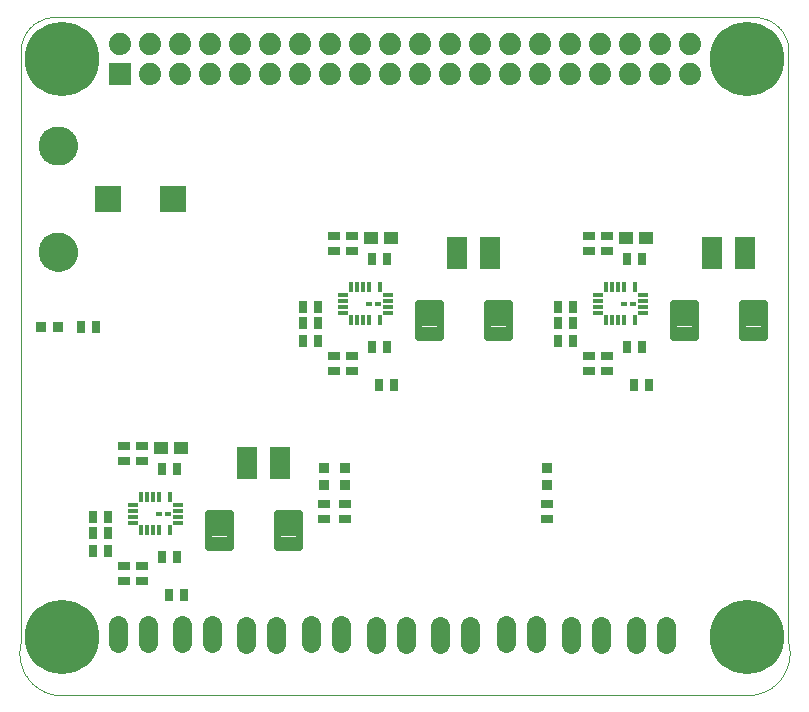
<source format=gts>
G75*
%MOIN*%
%OFA0B0*%
%FSLAX25Y25*%
%IPPOS*%
%LPD*%
%AMOC8*
5,1,8,0,0,1.08239X$1,22.5*
%
%ADD10C,0.00100*%
%ADD11R,0.07400X0.07400*%
%ADD12C,0.07400*%
%ADD13C,0.24809*%
%ADD14R,0.03156X0.03943*%
%ADD15R,0.06699X0.11030*%
%ADD16R,0.03943X0.03156*%
%ADD17R,0.04731X0.04337*%
%ADD18C,0.02475*%
%ADD19R,0.01581X0.03353*%
%ADD20R,0.03353X0.01581*%
%ADD21R,0.02172X0.01463*%
%ADD22R,0.08668X0.08668*%
%ADD23C,0.00000*%
%ADD24C,0.12998*%
%ADD25C,0.06400*%
%ADD26R,0.03550X0.03550*%
D10*
X0038731Y0035000D02*
X0270731Y0035000D01*
X0271073Y0035045D01*
X0271413Y0035098D01*
X0271752Y0035160D01*
X0272090Y0035230D01*
X0272425Y0035309D01*
X0272759Y0035395D01*
X0273091Y0035490D01*
X0273420Y0035593D01*
X0273746Y0035704D01*
X0274070Y0035823D01*
X0274390Y0035949D01*
X0274708Y0036084D01*
X0275022Y0036226D01*
X0275332Y0036376D01*
X0275639Y0036534D01*
X0275941Y0036698D01*
X0276240Y0036871D01*
X0276534Y0037050D01*
X0276824Y0037237D01*
X0277109Y0037431D01*
X0277390Y0037632D01*
X0277665Y0037839D01*
X0277935Y0038053D01*
X0278200Y0038274D01*
X0278459Y0038501D01*
X0278713Y0038735D01*
X0278961Y0038974D01*
X0279203Y0039220D01*
X0279438Y0039471D01*
X0279668Y0039728D01*
X0279891Y0039991D01*
X0280108Y0040259D01*
X0280318Y0040532D01*
X0280522Y0040811D01*
X0280718Y0041094D01*
X0280908Y0041382D01*
X0281090Y0041674D01*
X0281265Y0041971D01*
X0281433Y0042272D01*
X0281593Y0042578D01*
X0281746Y0042887D01*
X0281891Y0043199D01*
X0282029Y0043515D01*
X0282159Y0043835D01*
X0282281Y0044157D01*
X0282395Y0044483D01*
X0282501Y0044811D01*
X0282599Y0045141D01*
X0282688Y0045474D01*
X0282770Y0045809D01*
X0282843Y0046146D01*
X0282908Y0046484D01*
X0282965Y0046824D01*
X0283014Y0047166D01*
X0283054Y0047508D01*
X0283085Y0047851D01*
X0283109Y0048195D01*
X0283123Y0048540D01*
X0283130Y0048884D01*
X0283128Y0049229D01*
X0283117Y0049574D01*
X0283098Y0049918D01*
X0283071Y0050261D01*
X0283035Y0050604D01*
X0282991Y0050946D01*
X0282938Y0051287D01*
X0282877Y0051626D01*
X0282808Y0051964D01*
X0282731Y0052300D01*
X0282731Y0248900D01*
X0282745Y0249176D01*
X0282753Y0249453D01*
X0282753Y0249729D01*
X0282747Y0250006D01*
X0282735Y0250282D01*
X0282715Y0250558D01*
X0282689Y0250834D01*
X0282656Y0251109D01*
X0282616Y0251382D01*
X0282569Y0251655D01*
X0282516Y0251927D01*
X0282457Y0252197D01*
X0282390Y0252466D01*
X0282317Y0252733D01*
X0282238Y0252998D01*
X0282152Y0253261D01*
X0282060Y0253521D01*
X0281961Y0253780D01*
X0281856Y0254036D01*
X0281745Y0254289D01*
X0281627Y0254540D01*
X0281504Y0254787D01*
X0281374Y0255032D01*
X0281239Y0255273D01*
X0281097Y0255511D01*
X0280950Y0255745D01*
X0280797Y0255976D01*
X0280639Y0256203D01*
X0280475Y0256426D01*
X0280305Y0256645D01*
X0280131Y0256859D01*
X0279951Y0257069D01*
X0279766Y0257275D01*
X0279576Y0257476D01*
X0279381Y0257673D01*
X0279182Y0257865D01*
X0278977Y0258051D01*
X0278769Y0258233D01*
X0278555Y0258409D01*
X0278338Y0258581D01*
X0278117Y0258746D01*
X0277891Y0258907D01*
X0277662Y0259062D01*
X0277429Y0259211D01*
X0277192Y0259354D01*
X0276952Y0259491D01*
X0276708Y0259623D01*
X0276462Y0259749D01*
X0276212Y0259868D01*
X0275960Y0259982D01*
X0275705Y0260089D01*
X0275447Y0260190D01*
X0275187Y0260284D01*
X0274925Y0260372D01*
X0274660Y0260454D01*
X0274394Y0260529D01*
X0274126Y0260598D01*
X0273856Y0260660D01*
X0273585Y0260715D01*
X0273313Y0260764D01*
X0273039Y0260806D01*
X0272765Y0260841D01*
X0272490Y0260870D01*
X0272214Y0260892D01*
X0271938Y0260907D01*
X0271661Y0260915D01*
X0271384Y0260917D01*
X0271108Y0260912D01*
X0270831Y0260900D01*
X0038831Y0260900D01*
X0038830Y0260900D02*
X0038554Y0260914D01*
X0038277Y0260922D01*
X0038001Y0260922D01*
X0037724Y0260916D01*
X0037448Y0260904D01*
X0037172Y0260884D01*
X0036896Y0260858D01*
X0036621Y0260825D01*
X0036348Y0260785D01*
X0036075Y0260738D01*
X0035803Y0260685D01*
X0035533Y0260626D01*
X0035264Y0260559D01*
X0034997Y0260486D01*
X0034732Y0260407D01*
X0034469Y0260321D01*
X0034209Y0260229D01*
X0033950Y0260130D01*
X0033694Y0260025D01*
X0033441Y0259914D01*
X0033190Y0259796D01*
X0032943Y0259673D01*
X0032698Y0259543D01*
X0032457Y0259408D01*
X0032219Y0259266D01*
X0031985Y0259119D01*
X0031754Y0258966D01*
X0031527Y0258808D01*
X0031304Y0258644D01*
X0031085Y0258474D01*
X0030871Y0258300D01*
X0030661Y0258120D01*
X0030455Y0257935D01*
X0030254Y0257745D01*
X0030057Y0257550D01*
X0029865Y0257351D01*
X0029679Y0257146D01*
X0029497Y0256938D01*
X0029321Y0256724D01*
X0029149Y0256507D01*
X0028984Y0256286D01*
X0028823Y0256060D01*
X0028668Y0255831D01*
X0028519Y0255598D01*
X0028376Y0255361D01*
X0028239Y0255121D01*
X0028107Y0254877D01*
X0027981Y0254631D01*
X0027862Y0254381D01*
X0027748Y0254129D01*
X0027641Y0253874D01*
X0027540Y0253616D01*
X0027446Y0253356D01*
X0027358Y0253094D01*
X0027276Y0252829D01*
X0027201Y0252563D01*
X0027132Y0252295D01*
X0027070Y0252025D01*
X0027015Y0251754D01*
X0026966Y0251482D01*
X0026924Y0251208D01*
X0026889Y0250934D01*
X0026860Y0250659D01*
X0026838Y0250383D01*
X0026823Y0250107D01*
X0026815Y0249830D01*
X0026813Y0249553D01*
X0026818Y0249277D01*
X0026830Y0249000D01*
X0026831Y0249000D02*
X0026831Y0052400D01*
X0026751Y0052064D01*
X0026680Y0051727D01*
X0026617Y0051387D01*
X0026562Y0051047D01*
X0026515Y0050705D01*
X0026477Y0050362D01*
X0026447Y0050018D01*
X0026426Y0049673D01*
X0026413Y0049328D01*
X0026409Y0048983D01*
X0026413Y0048638D01*
X0026426Y0048293D01*
X0026447Y0047949D01*
X0026476Y0047605D01*
X0026514Y0047262D01*
X0026560Y0046920D01*
X0026615Y0046579D01*
X0026678Y0046239D01*
X0026749Y0045902D01*
X0026828Y0045566D01*
X0026916Y0045232D01*
X0027012Y0044900D01*
X0027116Y0044571D01*
X0027228Y0044245D01*
X0027348Y0043921D01*
X0027476Y0043601D01*
X0027611Y0043283D01*
X0027755Y0042969D01*
X0027906Y0042659D01*
X0028064Y0042352D01*
X0028230Y0042050D01*
X0028404Y0041751D01*
X0028584Y0041457D01*
X0028772Y0041168D01*
X0028967Y0040883D01*
X0029169Y0040603D01*
X0029377Y0040328D01*
X0029592Y0040058D01*
X0029814Y0039793D01*
X0030042Y0039534D01*
X0030277Y0039281D01*
X0030518Y0039034D01*
X0030764Y0038792D01*
X0031017Y0038557D01*
X0031275Y0038328D01*
X0031538Y0038105D01*
X0031807Y0037889D01*
X0032082Y0037679D01*
X0032361Y0037476D01*
X0032645Y0037280D01*
X0032934Y0037092D01*
X0033227Y0036910D01*
X0033525Y0036735D01*
X0033827Y0036568D01*
X0034133Y0036409D01*
X0034443Y0036256D01*
X0034756Y0036112D01*
X0035073Y0035975D01*
X0035393Y0035846D01*
X0035717Y0035725D01*
X0036043Y0035612D01*
X0036372Y0035507D01*
X0036703Y0035410D01*
X0037036Y0035321D01*
X0037372Y0035240D01*
X0037709Y0035168D01*
X0038048Y0035104D01*
X0038389Y0035048D01*
X0038731Y0035000D01*
D11*
X0059783Y0242093D03*
D12*
X0059783Y0252093D03*
X0069783Y0252093D03*
X0079783Y0252093D03*
X0079783Y0242093D03*
X0069783Y0242093D03*
X0089783Y0242093D03*
X0089783Y0252093D03*
X0099783Y0252093D03*
X0099783Y0242093D03*
X0109783Y0242093D03*
X0109783Y0252093D03*
X0119783Y0252093D03*
X0129783Y0252093D03*
X0129783Y0242093D03*
X0119783Y0242093D03*
X0139783Y0242093D03*
X0139783Y0252093D03*
X0149783Y0252093D03*
X0149783Y0242093D03*
X0159783Y0242093D03*
X0169783Y0242093D03*
X0169783Y0252093D03*
X0159783Y0252093D03*
X0179783Y0252093D03*
X0179783Y0242093D03*
X0189783Y0242093D03*
X0189783Y0252093D03*
X0199783Y0252093D03*
X0209783Y0252093D03*
X0209783Y0242093D03*
X0199783Y0242093D03*
X0219783Y0242093D03*
X0219783Y0252093D03*
X0229783Y0252093D03*
X0229783Y0242093D03*
X0239783Y0242093D03*
X0249783Y0242093D03*
X0249783Y0252093D03*
X0239783Y0252093D03*
D13*
X0268957Y0247093D03*
X0040610Y0247093D03*
X0040610Y0054180D03*
X0268957Y0054180D03*
D14*
X0236390Y0138400D03*
X0231272Y0138400D03*
X0228772Y0150900D03*
X0233890Y0150900D03*
X0210890Y0152900D03*
X0205772Y0152900D03*
X0205772Y0158900D03*
X0210890Y0158900D03*
X0210890Y0164400D03*
X0205772Y0164400D03*
X0228772Y0180400D03*
X0233890Y0180400D03*
X0148890Y0180400D03*
X0143772Y0180400D03*
X0125890Y0164400D03*
X0120772Y0164400D03*
X0120772Y0158900D03*
X0125890Y0158900D03*
X0125890Y0152900D03*
X0120772Y0152900D03*
X0143772Y0150900D03*
X0148890Y0150900D03*
X0151390Y0138400D03*
X0146272Y0138400D03*
X0078890Y0110400D03*
X0073772Y0110400D03*
X0055890Y0094400D03*
X0050772Y0094400D03*
X0050772Y0088900D03*
X0055890Y0088900D03*
X0055890Y0082900D03*
X0050772Y0082900D03*
X0073772Y0080900D03*
X0078890Y0080900D03*
X0081390Y0068400D03*
X0076272Y0068400D03*
X0051890Y0157700D03*
X0046772Y0157700D03*
D15*
X0102319Y0112400D03*
X0113343Y0112400D03*
X0172319Y0182400D03*
X0183343Y0182400D03*
X0257319Y0182400D03*
X0268343Y0182400D03*
D16*
X0222331Y0182841D03*
X0222331Y0187959D03*
X0216331Y0187959D03*
X0216331Y0182841D03*
X0216331Y0147959D03*
X0216331Y0142841D03*
X0222331Y0142841D03*
X0222331Y0147959D03*
X0202131Y0098759D03*
X0202131Y0093641D03*
X0134831Y0093641D03*
X0134831Y0098759D03*
X0128031Y0098759D03*
X0128031Y0093641D03*
X0067331Y0077959D03*
X0067331Y0072841D03*
X0061331Y0072841D03*
X0061331Y0077959D03*
X0061331Y0112841D03*
X0061331Y0117959D03*
X0067331Y0117959D03*
X0067331Y0112841D03*
X0131331Y0142841D03*
X0137331Y0142841D03*
X0137331Y0147959D03*
X0131331Y0147959D03*
X0131331Y0182841D03*
X0137331Y0182841D03*
X0137331Y0187959D03*
X0131331Y0187959D03*
D17*
X0143484Y0187400D03*
X0150177Y0187400D03*
X0228484Y0187400D03*
X0235177Y0187400D03*
X0080177Y0117400D03*
X0073484Y0117400D03*
D18*
X0089118Y0095613D02*
X0089118Y0084187D01*
X0089118Y0095613D02*
X0096544Y0095613D01*
X0096544Y0084187D01*
X0089118Y0084187D01*
X0089118Y0086661D02*
X0096544Y0086661D01*
X0096544Y0089135D02*
X0089118Y0089135D01*
X0089118Y0091609D02*
X0096544Y0091609D01*
X0096544Y0094083D02*
X0089118Y0094083D01*
X0112118Y0095613D02*
X0112118Y0084187D01*
X0112118Y0095613D02*
X0119544Y0095613D01*
X0119544Y0084187D01*
X0112118Y0084187D01*
X0112118Y0086661D02*
X0119544Y0086661D01*
X0119544Y0089135D02*
X0112118Y0089135D01*
X0112118Y0091609D02*
X0119544Y0091609D01*
X0119544Y0094083D02*
X0112118Y0094083D01*
X0159118Y0154187D02*
X0159118Y0165613D01*
X0166544Y0165613D01*
X0166544Y0154187D01*
X0159118Y0154187D01*
X0159118Y0156661D02*
X0166544Y0156661D01*
X0166544Y0159135D02*
X0159118Y0159135D01*
X0159118Y0161609D02*
X0166544Y0161609D01*
X0166544Y0164083D02*
X0159118Y0164083D01*
X0182118Y0165613D02*
X0182118Y0154187D01*
X0182118Y0165613D02*
X0189544Y0165613D01*
X0189544Y0154187D01*
X0182118Y0154187D01*
X0182118Y0156661D02*
X0189544Y0156661D01*
X0189544Y0159135D02*
X0182118Y0159135D01*
X0182118Y0161609D02*
X0189544Y0161609D01*
X0189544Y0164083D02*
X0182118Y0164083D01*
X0244118Y0165613D02*
X0244118Y0154187D01*
X0244118Y0165613D02*
X0251544Y0165613D01*
X0251544Y0154187D01*
X0244118Y0154187D01*
X0244118Y0156661D02*
X0251544Y0156661D01*
X0251544Y0159135D02*
X0244118Y0159135D01*
X0244118Y0161609D02*
X0251544Y0161609D01*
X0251544Y0164083D02*
X0244118Y0164083D01*
X0267118Y0165613D02*
X0267118Y0154187D01*
X0267118Y0165613D02*
X0274544Y0165613D01*
X0274544Y0154187D01*
X0267118Y0154187D01*
X0267118Y0156661D02*
X0274544Y0156661D01*
X0274544Y0159135D02*
X0267118Y0159135D01*
X0267118Y0161609D02*
X0274544Y0161609D01*
X0274544Y0164083D02*
X0267118Y0164083D01*
D19*
X0231752Y0159888D03*
X0227815Y0159888D03*
X0225846Y0159888D03*
X0223878Y0159888D03*
X0221909Y0159888D03*
X0221909Y0170912D03*
X0223878Y0170912D03*
X0225846Y0170912D03*
X0227815Y0170912D03*
X0231752Y0170912D03*
X0146752Y0170912D03*
X0142815Y0170912D03*
X0140846Y0170912D03*
X0138878Y0170912D03*
X0136909Y0170912D03*
X0136909Y0159888D03*
X0138878Y0159888D03*
X0140846Y0159888D03*
X0142815Y0159888D03*
X0146752Y0159888D03*
X0076752Y0100912D03*
X0072815Y0100912D03*
X0070846Y0100912D03*
X0068878Y0100912D03*
X0066909Y0100912D03*
X0066909Y0089888D03*
X0068878Y0089888D03*
X0070846Y0089888D03*
X0072815Y0089888D03*
X0076752Y0089888D03*
D20*
X0079311Y0092447D03*
X0079311Y0094416D03*
X0079311Y0096384D03*
X0079311Y0098353D03*
X0064350Y0098353D03*
X0064350Y0096384D03*
X0064350Y0094416D03*
X0064350Y0092447D03*
X0134350Y0162447D03*
X0134350Y0164416D03*
X0134350Y0166384D03*
X0134350Y0168353D03*
X0149311Y0168353D03*
X0149311Y0166384D03*
X0149311Y0164416D03*
X0149311Y0162447D03*
X0219350Y0162447D03*
X0219350Y0164416D03*
X0219350Y0166384D03*
X0219350Y0168353D03*
X0234311Y0168353D03*
X0234311Y0166384D03*
X0234311Y0164416D03*
X0234311Y0162447D03*
D21*
X0231063Y0165400D03*
X0228031Y0165400D03*
X0146063Y0165400D03*
X0143031Y0165400D03*
X0076063Y0095400D03*
X0073031Y0095400D03*
D22*
X0077484Y0200400D03*
X0055831Y0200400D03*
D23*
X0032996Y0218117D02*
X0032998Y0218275D01*
X0033004Y0218433D01*
X0033014Y0218591D01*
X0033028Y0218749D01*
X0033046Y0218906D01*
X0033067Y0219063D01*
X0033093Y0219219D01*
X0033123Y0219375D01*
X0033156Y0219530D01*
X0033194Y0219683D01*
X0033235Y0219836D01*
X0033280Y0219988D01*
X0033329Y0220139D01*
X0033382Y0220288D01*
X0033438Y0220436D01*
X0033498Y0220582D01*
X0033562Y0220727D01*
X0033630Y0220870D01*
X0033701Y0221012D01*
X0033775Y0221152D01*
X0033853Y0221289D01*
X0033935Y0221425D01*
X0034019Y0221559D01*
X0034108Y0221690D01*
X0034199Y0221819D01*
X0034294Y0221946D01*
X0034391Y0222071D01*
X0034492Y0222193D01*
X0034596Y0222312D01*
X0034703Y0222429D01*
X0034813Y0222543D01*
X0034926Y0222654D01*
X0035041Y0222763D01*
X0035159Y0222868D01*
X0035280Y0222970D01*
X0035403Y0223070D01*
X0035529Y0223166D01*
X0035657Y0223259D01*
X0035787Y0223349D01*
X0035920Y0223435D01*
X0036055Y0223519D01*
X0036191Y0223598D01*
X0036330Y0223675D01*
X0036471Y0223747D01*
X0036613Y0223817D01*
X0036757Y0223882D01*
X0036903Y0223944D01*
X0037050Y0224002D01*
X0037199Y0224057D01*
X0037349Y0224108D01*
X0037500Y0224155D01*
X0037652Y0224198D01*
X0037805Y0224237D01*
X0037960Y0224273D01*
X0038115Y0224304D01*
X0038271Y0224332D01*
X0038427Y0224356D01*
X0038584Y0224376D01*
X0038742Y0224392D01*
X0038899Y0224404D01*
X0039058Y0224412D01*
X0039216Y0224416D01*
X0039374Y0224416D01*
X0039532Y0224412D01*
X0039691Y0224404D01*
X0039848Y0224392D01*
X0040006Y0224376D01*
X0040163Y0224356D01*
X0040319Y0224332D01*
X0040475Y0224304D01*
X0040630Y0224273D01*
X0040785Y0224237D01*
X0040938Y0224198D01*
X0041090Y0224155D01*
X0041241Y0224108D01*
X0041391Y0224057D01*
X0041540Y0224002D01*
X0041687Y0223944D01*
X0041833Y0223882D01*
X0041977Y0223817D01*
X0042119Y0223747D01*
X0042260Y0223675D01*
X0042399Y0223598D01*
X0042535Y0223519D01*
X0042670Y0223435D01*
X0042803Y0223349D01*
X0042933Y0223259D01*
X0043061Y0223166D01*
X0043187Y0223070D01*
X0043310Y0222970D01*
X0043431Y0222868D01*
X0043549Y0222763D01*
X0043664Y0222654D01*
X0043777Y0222543D01*
X0043887Y0222429D01*
X0043994Y0222312D01*
X0044098Y0222193D01*
X0044199Y0222071D01*
X0044296Y0221946D01*
X0044391Y0221819D01*
X0044482Y0221690D01*
X0044571Y0221559D01*
X0044655Y0221425D01*
X0044737Y0221289D01*
X0044815Y0221152D01*
X0044889Y0221012D01*
X0044960Y0220870D01*
X0045028Y0220727D01*
X0045092Y0220582D01*
X0045152Y0220436D01*
X0045208Y0220288D01*
X0045261Y0220139D01*
X0045310Y0219988D01*
X0045355Y0219836D01*
X0045396Y0219683D01*
X0045434Y0219530D01*
X0045467Y0219375D01*
X0045497Y0219219D01*
X0045523Y0219063D01*
X0045544Y0218906D01*
X0045562Y0218749D01*
X0045576Y0218591D01*
X0045586Y0218433D01*
X0045592Y0218275D01*
X0045594Y0218117D01*
X0045592Y0217959D01*
X0045586Y0217801D01*
X0045576Y0217643D01*
X0045562Y0217485D01*
X0045544Y0217328D01*
X0045523Y0217171D01*
X0045497Y0217015D01*
X0045467Y0216859D01*
X0045434Y0216704D01*
X0045396Y0216551D01*
X0045355Y0216398D01*
X0045310Y0216246D01*
X0045261Y0216095D01*
X0045208Y0215946D01*
X0045152Y0215798D01*
X0045092Y0215652D01*
X0045028Y0215507D01*
X0044960Y0215364D01*
X0044889Y0215222D01*
X0044815Y0215082D01*
X0044737Y0214945D01*
X0044655Y0214809D01*
X0044571Y0214675D01*
X0044482Y0214544D01*
X0044391Y0214415D01*
X0044296Y0214288D01*
X0044199Y0214163D01*
X0044098Y0214041D01*
X0043994Y0213922D01*
X0043887Y0213805D01*
X0043777Y0213691D01*
X0043664Y0213580D01*
X0043549Y0213471D01*
X0043431Y0213366D01*
X0043310Y0213264D01*
X0043187Y0213164D01*
X0043061Y0213068D01*
X0042933Y0212975D01*
X0042803Y0212885D01*
X0042670Y0212799D01*
X0042535Y0212715D01*
X0042399Y0212636D01*
X0042260Y0212559D01*
X0042119Y0212487D01*
X0041977Y0212417D01*
X0041833Y0212352D01*
X0041687Y0212290D01*
X0041540Y0212232D01*
X0041391Y0212177D01*
X0041241Y0212126D01*
X0041090Y0212079D01*
X0040938Y0212036D01*
X0040785Y0211997D01*
X0040630Y0211961D01*
X0040475Y0211930D01*
X0040319Y0211902D01*
X0040163Y0211878D01*
X0040006Y0211858D01*
X0039848Y0211842D01*
X0039691Y0211830D01*
X0039532Y0211822D01*
X0039374Y0211818D01*
X0039216Y0211818D01*
X0039058Y0211822D01*
X0038899Y0211830D01*
X0038742Y0211842D01*
X0038584Y0211858D01*
X0038427Y0211878D01*
X0038271Y0211902D01*
X0038115Y0211930D01*
X0037960Y0211961D01*
X0037805Y0211997D01*
X0037652Y0212036D01*
X0037500Y0212079D01*
X0037349Y0212126D01*
X0037199Y0212177D01*
X0037050Y0212232D01*
X0036903Y0212290D01*
X0036757Y0212352D01*
X0036613Y0212417D01*
X0036471Y0212487D01*
X0036330Y0212559D01*
X0036191Y0212636D01*
X0036055Y0212715D01*
X0035920Y0212799D01*
X0035787Y0212885D01*
X0035657Y0212975D01*
X0035529Y0213068D01*
X0035403Y0213164D01*
X0035280Y0213264D01*
X0035159Y0213366D01*
X0035041Y0213471D01*
X0034926Y0213580D01*
X0034813Y0213691D01*
X0034703Y0213805D01*
X0034596Y0213922D01*
X0034492Y0214041D01*
X0034391Y0214163D01*
X0034294Y0214288D01*
X0034199Y0214415D01*
X0034108Y0214544D01*
X0034019Y0214675D01*
X0033935Y0214809D01*
X0033853Y0214945D01*
X0033775Y0215082D01*
X0033701Y0215222D01*
X0033630Y0215364D01*
X0033562Y0215507D01*
X0033498Y0215652D01*
X0033438Y0215798D01*
X0033382Y0215946D01*
X0033329Y0216095D01*
X0033280Y0216246D01*
X0033235Y0216398D01*
X0033194Y0216551D01*
X0033156Y0216704D01*
X0033123Y0216859D01*
X0033093Y0217015D01*
X0033067Y0217171D01*
X0033046Y0217328D01*
X0033028Y0217485D01*
X0033014Y0217643D01*
X0033004Y0217801D01*
X0032998Y0217959D01*
X0032996Y0218117D01*
X0032996Y0182683D02*
X0032998Y0182841D01*
X0033004Y0182999D01*
X0033014Y0183157D01*
X0033028Y0183315D01*
X0033046Y0183472D01*
X0033067Y0183629D01*
X0033093Y0183785D01*
X0033123Y0183941D01*
X0033156Y0184096D01*
X0033194Y0184249D01*
X0033235Y0184402D01*
X0033280Y0184554D01*
X0033329Y0184705D01*
X0033382Y0184854D01*
X0033438Y0185002D01*
X0033498Y0185148D01*
X0033562Y0185293D01*
X0033630Y0185436D01*
X0033701Y0185578D01*
X0033775Y0185718D01*
X0033853Y0185855D01*
X0033935Y0185991D01*
X0034019Y0186125D01*
X0034108Y0186256D01*
X0034199Y0186385D01*
X0034294Y0186512D01*
X0034391Y0186637D01*
X0034492Y0186759D01*
X0034596Y0186878D01*
X0034703Y0186995D01*
X0034813Y0187109D01*
X0034926Y0187220D01*
X0035041Y0187329D01*
X0035159Y0187434D01*
X0035280Y0187536D01*
X0035403Y0187636D01*
X0035529Y0187732D01*
X0035657Y0187825D01*
X0035787Y0187915D01*
X0035920Y0188001D01*
X0036055Y0188085D01*
X0036191Y0188164D01*
X0036330Y0188241D01*
X0036471Y0188313D01*
X0036613Y0188383D01*
X0036757Y0188448D01*
X0036903Y0188510D01*
X0037050Y0188568D01*
X0037199Y0188623D01*
X0037349Y0188674D01*
X0037500Y0188721D01*
X0037652Y0188764D01*
X0037805Y0188803D01*
X0037960Y0188839D01*
X0038115Y0188870D01*
X0038271Y0188898D01*
X0038427Y0188922D01*
X0038584Y0188942D01*
X0038742Y0188958D01*
X0038899Y0188970D01*
X0039058Y0188978D01*
X0039216Y0188982D01*
X0039374Y0188982D01*
X0039532Y0188978D01*
X0039691Y0188970D01*
X0039848Y0188958D01*
X0040006Y0188942D01*
X0040163Y0188922D01*
X0040319Y0188898D01*
X0040475Y0188870D01*
X0040630Y0188839D01*
X0040785Y0188803D01*
X0040938Y0188764D01*
X0041090Y0188721D01*
X0041241Y0188674D01*
X0041391Y0188623D01*
X0041540Y0188568D01*
X0041687Y0188510D01*
X0041833Y0188448D01*
X0041977Y0188383D01*
X0042119Y0188313D01*
X0042260Y0188241D01*
X0042399Y0188164D01*
X0042535Y0188085D01*
X0042670Y0188001D01*
X0042803Y0187915D01*
X0042933Y0187825D01*
X0043061Y0187732D01*
X0043187Y0187636D01*
X0043310Y0187536D01*
X0043431Y0187434D01*
X0043549Y0187329D01*
X0043664Y0187220D01*
X0043777Y0187109D01*
X0043887Y0186995D01*
X0043994Y0186878D01*
X0044098Y0186759D01*
X0044199Y0186637D01*
X0044296Y0186512D01*
X0044391Y0186385D01*
X0044482Y0186256D01*
X0044571Y0186125D01*
X0044655Y0185991D01*
X0044737Y0185855D01*
X0044815Y0185718D01*
X0044889Y0185578D01*
X0044960Y0185436D01*
X0045028Y0185293D01*
X0045092Y0185148D01*
X0045152Y0185002D01*
X0045208Y0184854D01*
X0045261Y0184705D01*
X0045310Y0184554D01*
X0045355Y0184402D01*
X0045396Y0184249D01*
X0045434Y0184096D01*
X0045467Y0183941D01*
X0045497Y0183785D01*
X0045523Y0183629D01*
X0045544Y0183472D01*
X0045562Y0183315D01*
X0045576Y0183157D01*
X0045586Y0182999D01*
X0045592Y0182841D01*
X0045594Y0182683D01*
X0045592Y0182525D01*
X0045586Y0182367D01*
X0045576Y0182209D01*
X0045562Y0182051D01*
X0045544Y0181894D01*
X0045523Y0181737D01*
X0045497Y0181581D01*
X0045467Y0181425D01*
X0045434Y0181270D01*
X0045396Y0181117D01*
X0045355Y0180964D01*
X0045310Y0180812D01*
X0045261Y0180661D01*
X0045208Y0180512D01*
X0045152Y0180364D01*
X0045092Y0180218D01*
X0045028Y0180073D01*
X0044960Y0179930D01*
X0044889Y0179788D01*
X0044815Y0179648D01*
X0044737Y0179511D01*
X0044655Y0179375D01*
X0044571Y0179241D01*
X0044482Y0179110D01*
X0044391Y0178981D01*
X0044296Y0178854D01*
X0044199Y0178729D01*
X0044098Y0178607D01*
X0043994Y0178488D01*
X0043887Y0178371D01*
X0043777Y0178257D01*
X0043664Y0178146D01*
X0043549Y0178037D01*
X0043431Y0177932D01*
X0043310Y0177830D01*
X0043187Y0177730D01*
X0043061Y0177634D01*
X0042933Y0177541D01*
X0042803Y0177451D01*
X0042670Y0177365D01*
X0042535Y0177281D01*
X0042399Y0177202D01*
X0042260Y0177125D01*
X0042119Y0177053D01*
X0041977Y0176983D01*
X0041833Y0176918D01*
X0041687Y0176856D01*
X0041540Y0176798D01*
X0041391Y0176743D01*
X0041241Y0176692D01*
X0041090Y0176645D01*
X0040938Y0176602D01*
X0040785Y0176563D01*
X0040630Y0176527D01*
X0040475Y0176496D01*
X0040319Y0176468D01*
X0040163Y0176444D01*
X0040006Y0176424D01*
X0039848Y0176408D01*
X0039691Y0176396D01*
X0039532Y0176388D01*
X0039374Y0176384D01*
X0039216Y0176384D01*
X0039058Y0176388D01*
X0038899Y0176396D01*
X0038742Y0176408D01*
X0038584Y0176424D01*
X0038427Y0176444D01*
X0038271Y0176468D01*
X0038115Y0176496D01*
X0037960Y0176527D01*
X0037805Y0176563D01*
X0037652Y0176602D01*
X0037500Y0176645D01*
X0037349Y0176692D01*
X0037199Y0176743D01*
X0037050Y0176798D01*
X0036903Y0176856D01*
X0036757Y0176918D01*
X0036613Y0176983D01*
X0036471Y0177053D01*
X0036330Y0177125D01*
X0036191Y0177202D01*
X0036055Y0177281D01*
X0035920Y0177365D01*
X0035787Y0177451D01*
X0035657Y0177541D01*
X0035529Y0177634D01*
X0035403Y0177730D01*
X0035280Y0177830D01*
X0035159Y0177932D01*
X0035041Y0178037D01*
X0034926Y0178146D01*
X0034813Y0178257D01*
X0034703Y0178371D01*
X0034596Y0178488D01*
X0034492Y0178607D01*
X0034391Y0178729D01*
X0034294Y0178854D01*
X0034199Y0178981D01*
X0034108Y0179110D01*
X0034019Y0179241D01*
X0033935Y0179375D01*
X0033853Y0179511D01*
X0033775Y0179648D01*
X0033701Y0179788D01*
X0033630Y0179930D01*
X0033562Y0180073D01*
X0033498Y0180218D01*
X0033438Y0180364D01*
X0033382Y0180512D01*
X0033329Y0180661D01*
X0033280Y0180812D01*
X0033235Y0180964D01*
X0033194Y0181117D01*
X0033156Y0181270D01*
X0033123Y0181425D01*
X0033093Y0181581D01*
X0033067Y0181737D01*
X0033046Y0181894D01*
X0033028Y0182051D01*
X0033014Y0182209D01*
X0033004Y0182367D01*
X0032998Y0182525D01*
X0032996Y0182683D01*
D24*
X0039295Y0182683D03*
X0039295Y0218117D03*
D25*
X0059231Y0058300D02*
X0059231Y0052300D01*
X0069231Y0052300D02*
X0069231Y0058300D01*
X0080631Y0058200D02*
X0080631Y0052200D01*
X0090631Y0052200D02*
X0090631Y0058200D01*
X0101931Y0058100D02*
X0101931Y0052100D01*
X0111931Y0052100D02*
X0111931Y0058100D01*
X0123531Y0058200D02*
X0123531Y0052200D01*
X0133531Y0052200D02*
X0133531Y0058200D01*
X0145231Y0058100D02*
X0145231Y0052100D01*
X0155231Y0052100D02*
X0155231Y0058100D01*
X0166731Y0058000D02*
X0166731Y0052000D01*
X0176731Y0052000D02*
X0176731Y0058000D01*
X0188631Y0058200D02*
X0188631Y0052200D01*
X0198631Y0052200D02*
X0198631Y0058200D01*
X0210331Y0058100D02*
X0210331Y0052100D01*
X0220331Y0052100D02*
X0220331Y0058100D01*
X0231831Y0058100D02*
X0231831Y0052100D01*
X0241831Y0052100D02*
X0241831Y0058100D01*
D26*
X0202131Y0104847D03*
X0202131Y0110753D03*
X0134831Y0110753D03*
X0134831Y0104847D03*
X0128031Y0104847D03*
X0128031Y0110753D03*
X0039383Y0157600D03*
X0033478Y0157600D03*
M02*

</source>
